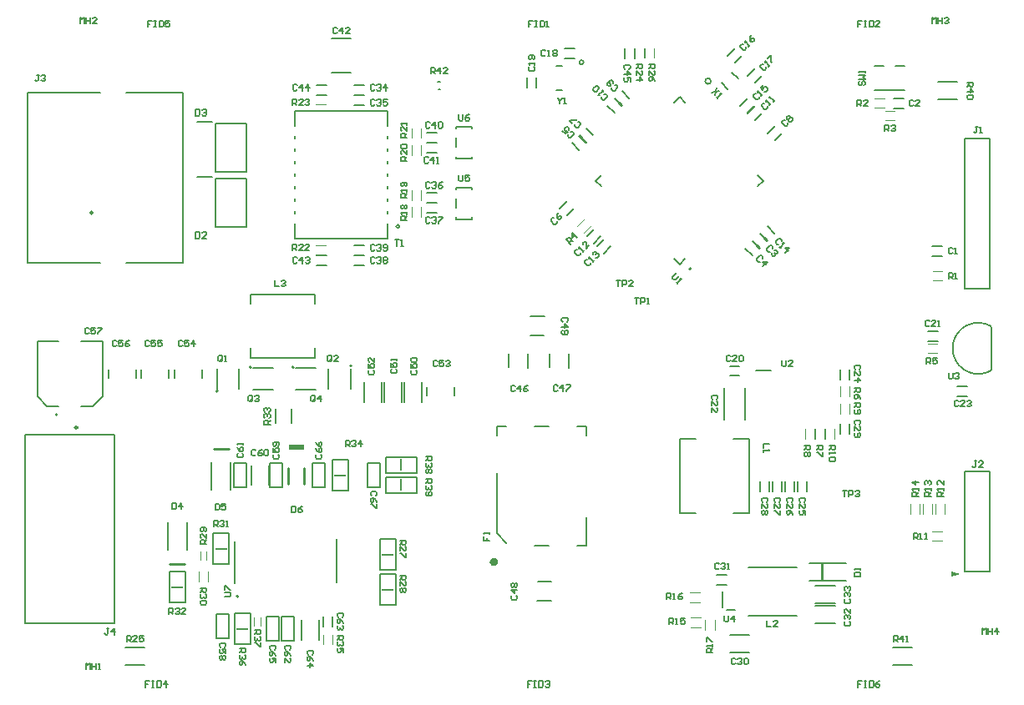
<source format=gto>
G04*
G04 #@! TF.GenerationSoftware,Altium Limited,Altium Designer,24.1.2 (44)*
G04*
G04 Layer_Color=65535*
%FSLAX44Y44*%
%MOMM*%
G71*
G04*
G04 #@! TF.SameCoordinates,BB806972-894B-4990-B732-A97902CF1386*
G04*
G04*
G04 #@! TF.FilePolarity,Positive*
G04*
G01*
G75*
%ADD10C,0.1524*%
%ADD11C,0.2000*%
%ADD12C,0.2500*%
%ADD13C,0.1270*%
%ADD14C,0.2540*%
%ADD15C,0.1200*%
%ADD16C,0.1300*%
%ADD17C,0.1016*%
%ADD18C,0.2032*%
%ADD19R,1.5240X0.5080*%
%ADD20R,1.2700X0.2540*%
%ADD21R,0.2540X1.2700*%
G36*
X479742Y142992D02*
X478182Y142682D01*
X476858Y141798D01*
X475974Y140475D01*
X475664Y138914D01*
X475974Y137353D01*
X476858Y136030D01*
X478182Y135146D01*
X479742Y134836D01*
X481303Y135146D01*
X482626Y136030D01*
X483510Y137353D01*
X483821Y138914D01*
X483510Y140475D01*
X482626Y141798D01*
X481303Y142682D01*
X479742Y142992D01*
D02*
G37*
G36*
X811680Y136968D02*
X813916D01*
Y120959D01*
X811680D01*
Y136968D01*
D02*
G37*
G36*
X952803Y126389D02*
X943913Y123849D01*
Y128929D01*
X952803Y126389D01*
D02*
G37*
D10*
X384066Y479430D02*
G03*
X384066Y479430I-1796J0D01*
G01*
X983820Y378217D02*
G03*
X970820Y381700I-13000J-22517D01*
G01*
D02*
G03*
X983820Y333183I0J-26000D01*
G01*
X679803Y436154D02*
G03*
X679803Y436154I-1000J0D01*
G01*
X570676Y645974D02*
G03*
X570676Y645974I-2095J0D01*
G01*
X699884Y626848D02*
G03*
X699884Y626848I-2948J0D01*
G01*
X73461Y493340D02*
G03*
X73461Y493340I-1581J0D01*
G01*
X441452Y580268D02*
X457660D01*
X441452Y548010D02*
X457660D01*
Y550248D01*
X441452Y578744D02*
Y580268D01*
X457660Y578792D02*
Y580268D01*
X441452Y548010D02*
Y550248D01*
X441706Y559948D02*
Y569092D01*
X252730Y214732D02*
X265430D01*
Y239116D01*
X252730Y214732D02*
Y239116D01*
X265430D01*
X574053Y469364D02*
X581265Y476577D01*
X581124Y462293D02*
X588337Y469506D01*
X546578Y497769D02*
X553791Y504982D01*
X553649Y490698D02*
X560862Y497911D01*
X105980Y52080D02*
X125980D01*
X105980Y34280D02*
X125980D01*
X884080Y52080D02*
X904080D01*
X884080Y34280D02*
X904080D01*
X957300Y129200D02*
Y230800D01*
X982700D01*
Y129200D02*
Y230800D01*
X957300Y129200D02*
X982700D01*
X278384Y466730D02*
Y481945D01*
Y492155D02*
Y494645D01*
Y504855D02*
Y507345D01*
Y517555D02*
Y520045D01*
Y466730D02*
X371856D01*
X278384Y530255D02*
Y532745D01*
Y555655D02*
Y558145D01*
Y542955D02*
Y545445D01*
Y568355D02*
Y570845D01*
Y581055D02*
Y596270D01*
X371856D01*
Y466730D02*
Y481945D01*
Y492155D02*
Y494645D01*
Y504855D02*
Y507345D01*
Y517555D02*
Y520045D01*
Y530255D02*
Y532745D01*
Y555655D02*
Y558145D01*
Y542955D02*
Y545445D01*
Y568355D02*
Y570845D01*
Y581055D02*
Y596270D01*
X929800Y626120D02*
X949800D01*
X929800Y608320D02*
X949800D01*
X178610Y529610D02*
X193860D01*
X197360Y479050D02*
X229360D01*
X197360D02*
Y528070D01*
X229360Y479050D02*
Y528070D01*
X197360D02*
X229360D01*
X441706Y498348D02*
Y507492D01*
X441452Y486410D02*
Y488648D01*
X457660Y517192D02*
Y518668D01*
X441452Y517144D02*
Y518668D01*
X457660Y486410D02*
Y488648D01*
X441452Y486410D02*
X457660D01*
X441452Y518668D02*
X457660D01*
X411460Y503480D02*
X421660D01*
X411460Y493480D02*
X421660D01*
X411460Y503640D02*
X421660D01*
X411460Y513640D02*
X421660D01*
X337800Y602700D02*
X348000D01*
X337800Y612700D02*
X348000D01*
X337800Y622860D02*
X348000D01*
X337800Y612860D02*
X348000D01*
X178610Y585490D02*
X193860D01*
X197360Y534930D02*
X229360D01*
X197360D02*
Y583950D01*
X229360Y534930D02*
Y583950D01*
X197360D02*
X229360D01*
X411460Y564440D02*
X421660D01*
X411460Y554440D02*
X421660D01*
X411460Y564600D02*
X421660D01*
X411460Y574600D02*
X421660D01*
X337800Y450300D02*
X348000D01*
X337800Y460300D02*
X348000D01*
X337800Y450140D02*
X348000D01*
X337800Y440140D02*
X348000D01*
X299700Y622860D02*
X309900D01*
X299700Y612860D02*
X309900D01*
X299700Y450140D02*
X309900D01*
X299700Y440140D02*
X309900D01*
X984020Y333700D02*
Y377700D01*
X745280Y333140D02*
X760280D01*
X668274Y264033D02*
X684759D01*
X722401D02*
X738886D01*
Y188595D02*
Y264033D01*
X668274Y188595D02*
X684759D01*
X668274D02*
Y264033D01*
X722401Y188595D02*
X738886D01*
X718900Y337540D02*
X728900D01*
X718900Y327940D02*
X728900D01*
X919460Y363300D02*
X929660D01*
X919460Y373300D02*
X929660D01*
X949110Y317420D02*
X959310D01*
X949110Y307420D02*
X959310D01*
X713000Y283720D02*
Y315720D01*
X734800Y283720D02*
Y315720D01*
X749380Y210800D02*
Y221000D01*
X759380Y210800D02*
Y221000D01*
X762080Y210800D02*
Y221000D01*
X772080Y210800D02*
Y221000D01*
X774780Y210800D02*
Y221000D01*
X784780Y210800D02*
Y221000D01*
X787480Y210800D02*
Y221000D01*
X797480Y210800D02*
Y221000D01*
X830660Y324270D02*
Y334470D01*
X840660Y324270D02*
Y334470D01*
X830860Y269320D02*
Y279320D01*
X840460Y269320D02*
Y279320D01*
X711430Y92520D02*
X711930D01*
X711430D02*
Y108520D01*
X711930D01*
Y92520D02*
Y108520D01*
X715430Y90520D02*
X723930D01*
X705750Y125840D02*
X715950D01*
X705750Y115840D02*
X715950D01*
X718980Y46730D02*
X738980D01*
X718980Y65030D02*
X738980D01*
X737500Y133720D02*
X786500D01*
X737500Y84720D02*
X786500D01*
X805440Y96830D02*
X825440D01*
X805440Y115130D02*
X825440D01*
X805440Y76510D02*
X825440D01*
X805440Y94810D02*
X825440D01*
X799480Y137840D02*
X836480D01*
X799480Y119840D02*
X836480D01*
X747216Y520123D02*
X752873Y525780D01*
X747216Y531437D02*
X752873Y525780D01*
X668020Y440927D02*
X673677Y446584D01*
X662363D02*
X668020Y440927D01*
Y610633D02*
X673677Y604976D01*
X662363D02*
X668020Y610633D01*
X583167Y525780D02*
X588824Y520123D01*
X583167Y525780D02*
X588824Y531437D01*
X982700Y416100D02*
Y568500D01*
X957300D02*
X982700D01*
X957300Y416100D02*
X982700D01*
X957300D02*
Y568500D01*
X887103Y642420D02*
X895740D01*
X865740D02*
X874927D01*
X865740Y617420D02*
X895740D01*
X923710Y449660D02*
X933910D01*
X923710Y459660D02*
X933910D01*
X884970Y609520D02*
X895170D01*
X884970Y599520D02*
X895170D01*
X757398Y573969D02*
X764611Y581182D01*
X764469Y566898D02*
X771682Y574111D01*
X566433Y572036D02*
X573646Y564823D01*
X573504Y579107D02*
X580717Y571894D01*
X558813Y564416D02*
X566026Y557203D01*
X565884Y571487D02*
X573097Y564274D01*
X734538Y457271D02*
X741751Y450058D01*
X741609Y464342D02*
X748822Y457129D01*
X749229Y471962D02*
X756442Y464749D01*
X742158Y464891D02*
X749371Y457678D01*
X729458Y601909D02*
X736671Y609122D01*
X736529Y594838D02*
X743742Y602051D01*
X756849Y479582D02*
X764062Y472369D01*
X749778Y472511D02*
X756991Y465298D01*
X591284Y452133D02*
X598497Y459346D01*
X584213Y459204D02*
X591426Y466417D01*
X737078Y594289D02*
X744291Y601502D01*
X744149Y587218D02*
X751362Y594431D01*
X594838Y602051D02*
X602051Y594838D01*
X601909Y609122D02*
X609122Y601909D01*
X602458Y609671D02*
X609671Y602458D01*
X609529Y616742D02*
X616742Y609529D01*
X543400Y642420D02*
X548800D01*
X543400Y617420D02*
X548800D01*
X710405Y625188D02*
X716628Y618965D01*
X721012Y635795D02*
X727235Y629572D01*
X737078Y632389D02*
X744291Y639602D01*
X744149Y625318D02*
X751362Y632531D01*
X716758Y652709D02*
X723971Y659922D01*
X723829Y645638D02*
X731042Y652851D01*
X513160Y620570D02*
Y630770D01*
X523160Y620570D02*
Y630770D01*
X551160Y650320D02*
X561360D01*
X551160Y660320D02*
X561360D01*
X347910Y301200D02*
Y321200D01*
X366210Y301200D02*
Y321200D01*
X368230Y301200D02*
Y321200D01*
X386530Y301200D02*
Y321200D01*
X388550Y301200D02*
Y321200D01*
X406850Y301200D02*
Y321200D01*
X198310Y61368D02*
X211010D01*
Y85752D01*
X198310Y61368D02*
Y85752D01*
X211010D01*
X251910Y216924D02*
Y236924D01*
X233610Y216924D02*
Y236924D01*
X216090Y214732D02*
X228790D01*
Y239116D01*
X216090Y214732D02*
Y239116D01*
X228790D01*
X284410Y59890D02*
Y79890D01*
X302710Y59890D02*
Y79890D01*
X306540Y73640D02*
Y83640D01*
X316140Y73640D02*
Y83640D01*
X264350Y58828D02*
X277050D01*
Y83212D01*
X264350Y58828D02*
Y83212D01*
X277050D01*
X295910Y214732D02*
X308610D01*
Y239116D01*
X295910Y214732D02*
Y239116D01*
X308610D01*
X249110Y58828D02*
X261810D01*
Y83212D01*
X249110Y58828D02*
Y83212D01*
X261810D01*
X351690Y214948D02*
X364390D01*
Y239332D01*
X351690Y214948D02*
Y239332D01*
X364390D01*
X612500Y650200D02*
Y660400D01*
X622500Y650200D02*
Y660400D01*
D11*
X200020Y312320D02*
G03*
X200020Y312320I-1000J0D01*
G01*
X335760Y337720D02*
G03*
X335760Y337720I-1000J0D01*
G01*
X234010Y336450D02*
G03*
X234010Y336450I-1000J0D01*
G01*
X277190D02*
G03*
X277190Y336450I-1000J0D01*
G01*
X37500Y288500D02*
G03*
X37500Y288500I-1000J0D01*
G01*
X220900Y104040D02*
G03*
X220900Y104040I-1000J0D01*
G01*
X4900Y268400D02*
X95100D01*
X4900Y76600D02*
Y268400D01*
Y76600D02*
X95100D01*
Y268400D01*
D12*
X57750Y275500D02*
G03*
X57750Y275500I-1250J0D01*
G01*
D13*
X217500Y117500D02*
Y160000D01*
X423325Y618490D02*
X425450D01*
X423236Y626152D02*
X425361D01*
X117060Y325990D02*
Y334210D01*
X89060Y325990D02*
Y334210D01*
X150080Y325990D02*
Y334210D01*
X122080Y325990D02*
Y334210D01*
X184000Y325890D02*
Y334110D01*
X156000Y325890D02*
Y334110D01*
X221650Y315020D02*
Y335020D01*
X199250Y315020D02*
Y335020D01*
X334530Y315020D02*
Y335020D01*
X312130Y315020D02*
Y335020D01*
X235710Y313820D02*
X255710D01*
X235710Y336220D02*
X255710D01*
X278890D02*
X298890D01*
X278890Y313820D02*
X298890D01*
X315520Y635280D02*
X334720D01*
X315520Y670280D02*
X334720D01*
X164528Y442480D02*
Y615200D01*
X7048Y442480D02*
Y615200D01*
X106870D02*
X164528D01*
X7048D02*
X80962D01*
X7048Y442480D02*
X80708D01*
X106870D02*
X164528D01*
X364426Y162206D02*
X380174D01*
X364426Y130710D02*
Y162206D01*
Y130710D02*
X380174D01*
Y162206D01*
X439640Y308210D02*
Y316430D01*
X411640Y308210D02*
Y316430D01*
X364426Y126646D02*
X380174D01*
X364426Y95150D02*
Y126646D01*
Y95150D02*
X380174D01*
Y126646D01*
X297970Y346010D02*
Y355860D01*
X233270Y346010D02*
X297970D01*
X233270D02*
Y355860D01*
Y410710D02*
X297970D01*
Y400860D02*
Y410710D01*
X233270Y400860D02*
Y410710D01*
X149190Y151200D02*
Y178800D01*
X168690Y151200D02*
Y178800D01*
X61200Y363000D02*
X83000D01*
X17000D02*
X38800D01*
X61200Y297000D02*
X73000D01*
X27000D02*
X38800D01*
X17000Y307000D02*
X27000Y297000D01*
X17000Y307000D02*
Y363000D01*
X83000Y307000D02*
Y363000D01*
X73000Y297000D02*
X83000Y307000D01*
X151066Y129186D02*
X166814D01*
X151066Y97690D02*
Y129186D01*
Y97690D02*
X166814D01*
Y129186D01*
X195326Y168148D02*
X211074D01*
X195326Y136652D02*
Y168148D01*
Y136652D02*
X211074D01*
Y168148D01*
X320000Y118500D02*
Y162500D01*
X212950Y212260D02*
Y239860D01*
X193450Y212260D02*
Y239860D01*
X316166Y242672D02*
X331914D01*
X316166Y211176D02*
Y242672D01*
Y211176D02*
X331914D01*
Y242672D01*
X217106Y86768D02*
X232854D01*
X217106Y55272D02*
Y86768D01*
Y55272D02*
X232854D01*
Y86768D01*
X370232Y209106D02*
Y224854D01*
Y209106D02*
X401728D01*
Y224854D01*
X370232D02*
X401728D01*
X370232Y229426D02*
Y245174D01*
Y229426D02*
X401728D01*
Y245174D01*
X370232D02*
X401728D01*
D14*
X271150Y218060D02*
Y234060D01*
X287650Y218060D02*
Y234060D01*
X151320Y137060D02*
X166560D01*
X195580Y254000D02*
X210820D01*
D15*
X564570Y479919D02*
X571641Y486990D01*
X571359Y473130D02*
X578430Y480201D01*
X406120Y488980D02*
Y498980D01*
X396520Y488980D02*
Y498980D01*
X406120Y506180D02*
Y516180D01*
X396520Y506180D02*
Y516180D01*
X406120Y551900D02*
Y561900D01*
X396520Y551900D02*
Y561900D01*
X406120Y569100D02*
Y579100D01*
X396520Y569100D02*
Y579100D01*
X299600Y603262D02*
X309600D01*
X299600Y612862D02*
X309600D01*
X299600Y450862D02*
X309600D01*
X299600Y460462D02*
X309600D01*
X919560Y360400D02*
X929560D01*
X919560Y350800D02*
X929560D01*
X830860Y307420D02*
Y317420D01*
X840460Y307420D02*
Y317420D01*
X804900Y263660D02*
Y273660D01*
X795300Y263660D02*
Y273660D01*
X805460Y263660D02*
Y273660D01*
X815060Y263660D02*
Y273660D01*
X830860Y289060D02*
Y299060D01*
X840460Y289060D02*
Y299060D01*
X815620Y263660D02*
Y273660D01*
X825220Y263660D02*
Y273660D01*
X924220Y169900D02*
X934220D01*
X924220Y160300D02*
X934220D01*
X937140Y187460D02*
Y197460D01*
X927540Y187460D02*
Y197460D01*
X924440Y188040D02*
Y198040D01*
X914840Y188040D02*
Y198040D01*
X902140Y188040D02*
Y198040D01*
X911740Y188040D02*
Y198040D01*
X679320Y82460D02*
X689320D01*
X679320Y72860D02*
X689320D01*
X678740Y98260D02*
X688740D01*
X678740Y107860D02*
X688740D01*
X703780Y70120D02*
Y80120D01*
X694180Y70120D02*
Y80120D01*
X924640Y434060D02*
X934640D01*
X924640Y424460D02*
X934640D01*
X865580Y599720D02*
X875580D01*
X865580Y609320D02*
X875580D01*
X876380Y587020D02*
X886380D01*
X876380Y596620D02*
X886380D01*
X190220Y119460D02*
Y129460D01*
X180620Y119460D02*
Y129460D01*
X316140Y55280D02*
Y65280D01*
X306540Y55280D02*
Y65280D01*
X632300Y650500D02*
Y660500D01*
X622700Y650500D02*
Y660500D01*
X632700Y650500D02*
Y660500D01*
X642300Y650500D02*
Y660500D01*
D16*
X513880Y336040D02*
X513880Y350140D01*
X494880Y336290D02*
Y350390D01*
X482820Y167900D02*
Y229400D01*
Y167900D02*
X492320Y158400D01*
X482820Y267400D02*
Y276400D01*
X492320D01*
X521320D02*
X535320D01*
X521320Y155400D02*
X535320D01*
X564320D02*
X573820D01*
Y184400D01*
Y267400D02*
Y276400D01*
X564320D02*
X573820D01*
X536600Y336440D02*
X536600Y350540D01*
X555600Y336190D02*
Y350290D01*
X524010Y118720D02*
X538110Y118720D01*
X523760Y99720D02*
X537860D01*
X516880Y387960D02*
X530980Y387960D01*
X516630Y368960D02*
X530730D01*
X258700Y279970D02*
Y294070D01*
X274700Y279970D02*
Y294070D01*
D17*
X182118Y140732D02*
Y149368D01*
X188722Y140732D02*
Y149368D01*
X236918Y74322D02*
Y82958D01*
X243522Y74322D02*
Y82958D01*
D18*
X415716Y634366D02*
Y640714D01*
X418890D01*
X419948Y639656D01*
Y637540D01*
X418890Y636482D01*
X415716D01*
X417832D02*
X419948Y634366D01*
X425238D02*
Y640714D01*
X422064Y637540D01*
X426296D01*
X432644Y634366D02*
X428412D01*
X432644Y638598D01*
Y639656D01*
X431586Y640714D01*
X429470D01*
X428412Y639656D01*
X884994Y57786D02*
Y64134D01*
X888168D01*
X889226Y63076D01*
Y60960D01*
X888168Y59902D01*
X884994D01*
X887110D02*
X889226Y57786D01*
X894516D02*
Y64134D01*
X891342Y60960D01*
X895574D01*
X897690Y57786D02*
X899806D01*
X898748D01*
Y64134D01*
X897690Y63076D01*
X974556Y65366D02*
Y71714D01*
X976672Y69598D01*
X978788Y71714D01*
Y65366D01*
X980904Y71714D02*
Y65366D01*
Y68540D01*
X985136D01*
Y71714D01*
Y65366D01*
X990426D02*
Y71714D01*
X987252Y68540D01*
X991484D01*
X959486Y625684D02*
X965834D01*
Y622510D01*
X964776Y621452D01*
X962660D01*
X961602Y622510D01*
Y625684D01*
Y623568D02*
X959486Y621452D01*
Y616162D02*
X965834D01*
X962660Y619336D01*
Y615104D01*
X964776Y612988D02*
X965834Y611930D01*
Y609814D01*
X964776Y608756D01*
X960544D01*
X959486Y609814D01*
Y611930D01*
X960544Y612988D01*
X964776D01*
X544408Y610234D02*
Y609176D01*
X546524Y607060D01*
X548640Y609176D01*
Y610234D01*
X546524Y607060D02*
Y603886D01*
X550756D02*
X552872D01*
X551814D01*
Y610234D01*
X550756Y609176D01*
X705372Y619917D02*
X703876Y612436D01*
X708364Y616924D02*
X700883Y615428D01*
X705372Y610939D02*
X706868Y609443D01*
X706120Y610191D01*
X710609Y614680D01*
X709112D01*
X206566Y103830D02*
X211856D01*
X212914Y104888D01*
Y107004D01*
X211856Y108062D01*
X206566D01*
Y110178D02*
Y114410D01*
X207624D01*
X211856Y110178D01*
X212914D01*
X444290Y593094D02*
Y587804D01*
X445348Y586746D01*
X447464D01*
X448522Y587804D01*
Y593094D01*
X454870D02*
X452754Y592036D01*
X450638Y589920D01*
Y587804D01*
X451696Y586746D01*
X453812D01*
X454870Y587804D01*
Y588862D01*
X453812Y589920D01*
X450638D01*
X444290Y531494D02*
Y526204D01*
X445348Y525146D01*
X447464D01*
X448522Y526204D01*
Y531494D01*
X454870D02*
X450638D01*
Y528320D01*
X452754Y529378D01*
X453812D01*
X454870Y528320D01*
Y526204D01*
X453812Y525146D01*
X451696D01*
X450638Y526204D01*
X713530Y84454D02*
Y79164D01*
X714588Y78106D01*
X716704D01*
X717762Y79164D01*
Y84454D01*
X723052Y78106D02*
Y84454D01*
X719878Y81280D01*
X724110D01*
X940670Y330934D02*
Y325644D01*
X941728Y324586D01*
X943844D01*
X944902Y325644D01*
Y330934D01*
X947018Y329876D02*
X948076Y330934D01*
X950192D01*
X951250Y329876D01*
Y328818D01*
X950192Y327760D01*
X949134D01*
X950192D01*
X951250Y326702D01*
Y325644D01*
X950192Y324586D01*
X948076D01*
X947018Y325644D01*
X771950Y343534D02*
Y338244D01*
X773008Y337186D01*
X775124D01*
X776182Y338244D01*
Y343534D01*
X782530Y337186D02*
X778298D01*
X782530Y341418D01*
Y342476D01*
X781472Y343534D01*
X779356D01*
X778298Y342476D01*
X664732Y431957D02*
X660991Y428216D01*
Y426720D01*
X662488Y425224D01*
X663984D01*
X667724Y428964D01*
X664732Y422979D02*
X666228Y421483D01*
X665480Y422231D01*
X669969Y426720D01*
X668473D01*
X833356Y211554D02*
X837588D01*
X835472D01*
Y205206D01*
X839704D02*
Y211554D01*
X842878D01*
X843936Y210496D01*
Y208380D01*
X842878Y207322D01*
X839704D01*
X846052Y210496D02*
X847110Y211554D01*
X849226D01*
X850284Y210496D01*
Y209438D01*
X849226Y208380D01*
X848168D01*
X849226D01*
X850284Y207322D01*
Y206264D01*
X849226Y205206D01*
X847110D01*
X846052Y206264D01*
X603676Y424814D02*
X607908D01*
X605792D01*
Y418466D01*
X610024D02*
Y424814D01*
X613198D01*
X614256Y423756D01*
Y421640D01*
X613198Y420582D01*
X610024D01*
X620604Y418466D02*
X616372D01*
X620604Y422698D01*
Y423756D01*
X619546Y424814D01*
X617430D01*
X616372Y423756D01*
X622514Y407034D02*
X626746D01*
X624630D01*
Y400686D01*
X628862D02*
Y407034D01*
X632036D01*
X633094Y405976D01*
Y403860D01*
X632036Y402802D01*
X628862D01*
X635210Y400686D02*
X637326D01*
X636268D01*
Y407034D01*
X635210Y405976D01*
X379308Y466094D02*
X383540D01*
X381424D01*
Y459746D01*
X385656D02*
X387772D01*
X386714D01*
Y466094D01*
X385656Y465036D01*
X850684Y626746D02*
X849626Y625688D01*
Y623572D01*
X850684Y622514D01*
X851742D01*
X852800Y623572D01*
Y625688D01*
X853858Y626746D01*
X854916D01*
X855974Y625688D01*
Y623572D01*
X854916Y622514D01*
X849626Y628862D02*
X855974D01*
X853858Y630978D01*
X855974Y633094D01*
X849626D01*
X855974Y635210D02*
Y637326D01*
Y636268D01*
X849626D01*
X850684Y635210D01*
X410746Y222904D02*
X417094D01*
Y219730D01*
X416036Y218672D01*
X413920D01*
X412862Y219730D01*
Y222904D01*
Y220788D02*
X410746Y218672D01*
X416036Y216556D02*
X417094Y215498D01*
Y213382D01*
X416036Y212324D01*
X414978D01*
X413920Y213382D01*
Y214440D01*
Y213382D01*
X412862Y212324D01*
X411804D01*
X410746Y213382D01*
Y215498D01*
X411804Y216556D01*
Y210208D02*
X410746Y209150D01*
Y207034D01*
X411804Y205976D01*
X416036D01*
X417094Y207034D01*
Y209150D01*
X416036Y210208D01*
X414978D01*
X413920Y209150D01*
Y205976D01*
X410746Y245764D02*
X417094D01*
Y242590D01*
X416036Y241532D01*
X413920D01*
X412862Y242590D01*
Y245764D01*
Y243648D02*
X410746Y241532D01*
X416036Y239416D02*
X417094Y238358D01*
Y236242D01*
X416036Y235184D01*
X414978D01*
X413920Y236242D01*
Y237300D01*
Y236242D01*
X412862Y235184D01*
X411804D01*
X410746Y236242D01*
Y238358D01*
X411804Y239416D01*
X416036Y233068D02*
X417094Y232010D01*
Y229894D01*
X416036Y228836D01*
X414978D01*
X413920Y229894D01*
X412862Y228836D01*
X411804D01*
X410746Y229894D01*
Y232010D01*
X411804Y233068D01*
X412862D01*
X413920Y232010D01*
X414978Y233068D01*
X416036D01*
X413920Y232010D02*
Y229894D01*
X237046Y69594D02*
X243394D01*
Y66420D01*
X242336Y65362D01*
X240220D01*
X239162Y66420D01*
Y69594D01*
Y67478D02*
X237046Y65362D01*
X242336Y63246D02*
X243394Y62188D01*
Y60072D01*
X242336Y59014D01*
X241278D01*
X240220Y60072D01*
Y61130D01*
Y60072D01*
X239162Y59014D01*
X238104D01*
X237046Y60072D01*
Y62188D01*
X238104Y63246D01*
X243394Y56898D02*
Y52666D01*
X242336D01*
X238104Y56898D01*
X237046D01*
X221826Y50964D02*
X228174D01*
Y47790D01*
X227116Y46732D01*
X225000D01*
X223942Y47790D01*
Y50964D01*
Y48848D02*
X221826Y46732D01*
X227116Y44616D02*
X228174Y43558D01*
Y41442D01*
X227116Y40384D01*
X226058D01*
X225000Y41442D01*
Y42500D01*
Y41442D01*
X223942Y40384D01*
X222884D01*
X221826Y41442D01*
Y43558D01*
X222884Y44616D01*
X228174Y34036D02*
X227116Y36152D01*
X225000Y38268D01*
X222884D01*
X221826Y37210D01*
Y35094D01*
X222884Y34036D01*
X223942D01*
X225000Y35094D01*
Y38268D01*
X320866Y64244D02*
X327214D01*
Y61070D01*
X326156Y60012D01*
X324040D01*
X322982Y61070D01*
Y64244D01*
Y62128D02*
X320866Y60012D01*
X326156Y57896D02*
X327214Y56838D01*
Y54722D01*
X326156Y53664D01*
X325098D01*
X324040Y54722D01*
Y55780D01*
Y54722D01*
X322982Y53664D01*
X321924D01*
X320866Y54722D01*
Y56838D01*
X321924Y57896D01*
X327214Y47316D02*
Y51548D01*
X324040D01*
X325098Y49432D01*
Y48374D01*
X324040Y47316D01*
X321924D01*
X320866Y48374D01*
Y50490D01*
X321924Y51548D01*
X329412Y255878D02*
Y262226D01*
X332587D01*
X333644Y261168D01*
Y259052D01*
X332587Y257994D01*
X329412D01*
X331529D02*
X333644Y255878D01*
X335760Y261168D02*
X336818Y262226D01*
X338934D01*
X339992Y261168D01*
Y260110D01*
X338934Y259052D01*
X337876D01*
X338934D01*
X339992Y257994D01*
Y256936D01*
X338934Y255878D01*
X336818D01*
X335760Y256936D01*
X345282Y255878D02*
Y262226D01*
X342108Y259052D01*
X346340D01*
X253174Y278656D02*
X246826D01*
Y281830D01*
X247884Y282888D01*
X250000D01*
X251058Y281830D01*
Y278656D01*
Y280772D02*
X253174Y282888D01*
X247884Y285004D02*
X246826Y286062D01*
Y288178D01*
X247884Y289236D01*
X248942D01*
X250000Y288178D01*
Y287120D01*
Y288178D01*
X251058Y289236D01*
X252116D01*
X253174Y288178D01*
Y286062D01*
X252116Y285004D01*
X247884Y291352D02*
X246826Y292410D01*
Y294526D01*
X247884Y295584D01*
X248942D01*
X250000Y294526D01*
Y293468D01*
Y294526D01*
X251058Y295584D01*
X252116D01*
X253174Y294526D01*
Y292410D01*
X252116Y291352D01*
X150476Y85626D02*
Y91974D01*
X153650D01*
X154708Y90916D01*
Y88800D01*
X153650Y87742D01*
X150476D01*
X152592D02*
X154708Y85626D01*
X156824Y90916D02*
X157882Y91974D01*
X159998D01*
X161056Y90916D01*
Y89858D01*
X159998Y88800D01*
X158940D01*
X159998D01*
X161056Y87742D01*
Y86684D01*
X159998Y85626D01*
X157882D01*
X156824Y86684D01*
X167404Y85626D02*
X163172D01*
X167404Y89858D01*
Y90916D01*
X166346Y91974D01*
X164230D01*
X163172Y90916D01*
X195794Y174626D02*
Y180974D01*
X198968D01*
X200026Y179916D01*
Y177800D01*
X198968Y176742D01*
X195794D01*
X197910D02*
X200026Y174626D01*
X202142Y179916D02*
X203200Y180974D01*
X205316D01*
X206374Y179916D01*
Y178858D01*
X205316Y177800D01*
X204258D01*
X205316D01*
X206374Y176742D01*
Y175684D01*
X205316Y174626D01*
X203200D01*
X202142Y175684D01*
X208490Y174626D02*
X210606D01*
X209548D01*
Y180974D01*
X208490Y179916D01*
X182246Y112604D02*
X188594D01*
Y109430D01*
X187536Y108372D01*
X185420D01*
X184362Y109430D01*
Y112604D01*
Y110488D02*
X182246Y108372D01*
X187536Y106256D02*
X188594Y105198D01*
Y103082D01*
X187536Y102024D01*
X186478D01*
X185420Y103082D01*
Y104140D01*
Y103082D01*
X184362Y102024D01*
X183304D01*
X182246Y103082D01*
Y105198D01*
X183304Y106256D01*
X187536Y99908D02*
X188594Y98850D01*
Y96734D01*
X187536Y95676D01*
X183304D01*
X182246Y96734D01*
Y98850D01*
X183304Y99908D01*
X187536D01*
X188594Y156906D02*
X182246D01*
Y160080D01*
X183304Y161138D01*
X185420D01*
X186478Y160080D01*
Y156906D01*
Y159022D02*
X188594Y161138D01*
Y167486D02*
Y163254D01*
X184362Y167486D01*
X183304D01*
X182246Y166428D01*
Y164312D01*
X183304Y163254D01*
X187536Y169602D02*
X188594Y170660D01*
Y172776D01*
X187536Y173834D01*
X183304D01*
X182246Y172776D01*
Y170660D01*
X183304Y169602D01*
X184362D01*
X185420Y170660D01*
Y173834D01*
X384366Y125204D02*
X390714D01*
Y122030D01*
X389656Y120972D01*
X387540D01*
X386482Y122030D01*
Y125204D01*
Y123088D02*
X384366Y120972D01*
Y114624D02*
Y118856D01*
X388598Y114624D01*
X389656D01*
X390714Y115682D01*
Y117798D01*
X389656Y118856D01*
Y112508D02*
X390714Y111450D01*
Y109334D01*
X389656Y108276D01*
X388598D01*
X387540Y109334D01*
X386482Y108276D01*
X385424D01*
X384366Y109334D01*
Y111450D01*
X385424Y112508D01*
X386482D01*
X387540Y111450D01*
X388598Y112508D01*
X389656D01*
X387540Y111450D02*
Y109334D01*
X384366Y160764D02*
X390714D01*
Y157590D01*
X389656Y156532D01*
X387540D01*
X386482Y157590D01*
Y160764D01*
Y158648D02*
X384366Y156532D01*
Y150184D02*
Y154416D01*
X388598Y150184D01*
X389656D01*
X390714Y151242D01*
Y153358D01*
X389656Y154416D01*
X390714Y148068D02*
Y143836D01*
X389656D01*
X385424Y148068D01*
X384366D01*
X636866Y643644D02*
X643214D01*
Y640470D01*
X642156Y639412D01*
X640040D01*
X638982Y640470D01*
Y643644D01*
Y641528D02*
X636866Y639412D01*
Y633064D02*
Y637296D01*
X641098Y633064D01*
X642156D01*
X643214Y634122D01*
Y636238D01*
X642156Y637296D01*
X643214Y626716D02*
X642156Y628832D01*
X640040Y630948D01*
X637924D01*
X636866Y629890D01*
Y627774D01*
X637924Y626716D01*
X638982D01*
X640040Y627774D01*
Y630948D01*
X107516Y57786D02*
Y64134D01*
X110690D01*
X111748Y63076D01*
Y60960D01*
X110690Y59902D01*
X107516D01*
X109632D02*
X111748Y57786D01*
X118096D02*
X113864D01*
X118096Y62018D01*
Y63076D01*
X117038Y64134D01*
X114922D01*
X113864Y63076D01*
X124444Y64134D02*
X120212D01*
Y60960D01*
X122328Y62018D01*
X123386D01*
X124444Y60960D01*
Y58844D01*
X123386Y57786D01*
X121270D01*
X120212Y58844D01*
X624326Y643644D02*
X630674D01*
Y640470D01*
X629616Y639412D01*
X627500D01*
X626442Y640470D01*
Y643644D01*
Y641528D02*
X624326Y639412D01*
Y633064D02*
Y637296D01*
X628558Y633064D01*
X629616D01*
X630674Y634122D01*
Y636238D01*
X629616Y637296D01*
X624326Y627774D02*
X630674D01*
X627500Y630948D01*
Y626716D01*
X275816Y602348D02*
Y608696D01*
X278990D01*
X280048Y607638D01*
Y605522D01*
X278990Y604464D01*
X275816D01*
X277932D02*
X280048Y602348D01*
X286396D02*
X282164D01*
X286396Y606580D01*
Y607638D01*
X285338Y608696D01*
X283222D01*
X282164Y607638D01*
X288512D02*
X289570Y608696D01*
X291686D01*
X292744Y607638D01*
Y606580D01*
X291686Y605522D01*
X290628D01*
X291686D01*
X292744Y604464D01*
Y603406D01*
X291686Y602348D01*
X289570D01*
X288512Y603406D01*
X275816Y455028D02*
Y461376D01*
X278990D01*
X280048Y460318D01*
Y458202D01*
X278990Y457144D01*
X275816D01*
X277932D02*
X280048Y455028D01*
X286396D02*
X282164D01*
X286396Y459260D01*
Y460318D01*
X285338Y461376D01*
X283222D01*
X282164Y460318D01*
X292744Y455028D02*
X288512D01*
X292744Y459260D01*
Y460318D01*
X291686Y461376D01*
X289570D01*
X288512Y460318D01*
X391794Y569814D02*
X385446D01*
Y572988D01*
X386504Y574046D01*
X388620D01*
X389678Y572988D01*
Y569814D01*
Y571930D02*
X391794Y574046D01*
Y580394D02*
Y576162D01*
X387562Y580394D01*
X386504D01*
X385446Y579336D01*
Y577220D01*
X386504Y576162D01*
X391794Y582510D02*
Y584626D01*
Y583568D01*
X385446D01*
X386504Y582510D01*
X391794Y545896D02*
X385446D01*
Y549070D01*
X386504Y550128D01*
X388620D01*
X389678Y549070D01*
Y545896D01*
Y548012D02*
X391794Y550128D01*
Y556476D02*
Y552244D01*
X387562Y556476D01*
X386504D01*
X385446Y555418D01*
Y553302D01*
X386504Y552244D01*
Y558592D02*
X385446Y559650D01*
Y561766D01*
X386504Y562824D01*
X390736D01*
X391794Y561766D01*
Y559650D01*
X390736Y558592D01*
X386504D01*
X391794Y508325D02*
X385446D01*
Y511499D01*
X386504Y512557D01*
X388620D01*
X389678Y511499D01*
Y508325D01*
Y510441D02*
X391794Y512557D01*
Y514673D02*
Y516789D01*
Y515731D01*
X385446D01*
X386504Y514673D01*
X390736Y519963D02*
X391794Y521021D01*
Y523137D01*
X390736Y524195D01*
X386504D01*
X385446Y523137D01*
Y521021D01*
X386504Y519963D01*
X387562D01*
X388620Y521021D01*
Y524195D01*
X391794Y485465D02*
X385446D01*
Y488639D01*
X386504Y489697D01*
X388620D01*
X389678Y488639D01*
Y485465D01*
Y487581D02*
X391794Y489697D01*
Y491813D02*
Y493929D01*
Y492871D01*
X385446D01*
X386504Y491813D01*
Y497103D02*
X385446Y498161D01*
Y500277D01*
X386504Y501335D01*
X387562D01*
X388620Y500277D01*
X389678Y501335D01*
X390736D01*
X391794Y500277D01*
Y498161D01*
X390736Y497103D01*
X389678D01*
X388620Y498161D01*
X387562Y497103D01*
X386504D01*
X388620Y498161D02*
Y500277D01*
X701774Y46865D02*
X695426D01*
Y50039D01*
X696484Y51097D01*
X698600D01*
X699658Y50039D01*
Y46865D01*
Y48981D02*
X701774Y51097D01*
Y53213D02*
Y55329D01*
Y54271D01*
X695426D01*
X696484Y53213D01*
X695426Y58503D02*
Y62735D01*
X696484D01*
X700716Y58503D01*
X701774D01*
X655005Y100966D02*
Y107314D01*
X658179D01*
X659237Y106256D01*
Y104140D01*
X658179Y103082D01*
X655005D01*
X657121D02*
X659237Y100966D01*
X661353D02*
X663469D01*
X662411D01*
Y107314D01*
X661353Y106256D01*
X670875Y107314D02*
X668759Y106256D01*
X666643Y104140D01*
Y102024D01*
X667701Y100966D01*
X669817D01*
X670875Y102024D01*
Y103082D01*
X669817Y104140D01*
X666643D01*
X657545Y75566D02*
Y81914D01*
X660719D01*
X661777Y80856D01*
Y78740D01*
X660719Y77682D01*
X657545D01*
X659661D02*
X661777Y75566D01*
X663893D02*
X666009D01*
X664951D01*
Y81914D01*
X663893Y80856D01*
X673415Y81914D02*
X669183D01*
Y78740D01*
X671299Y79798D01*
X672357D01*
X673415Y78740D01*
Y76624D01*
X672357Y75566D01*
X670241D01*
X669183Y76624D01*
X910114Y205425D02*
X903766D01*
Y208599D01*
X904824Y209657D01*
X906940D01*
X907998Y208599D01*
Y205425D01*
Y207541D02*
X910114Y209657D01*
Y211773D02*
Y213889D01*
Y212831D01*
X903766D01*
X904824Y211773D01*
X910114Y220237D02*
X903766D01*
X906940Y217063D01*
Y221295D01*
X922814Y205425D02*
X916466D01*
Y208599D01*
X917524Y209657D01*
X919640D01*
X920698Y208599D01*
Y205425D01*
Y207541D02*
X922814Y209657D01*
Y211773D02*
Y213889D01*
Y212831D01*
X916466D01*
X917524Y211773D01*
Y217063D02*
X916466Y218121D01*
Y220237D01*
X917524Y221295D01*
X918582D01*
X919640Y220237D01*
Y219179D01*
Y220237D01*
X920698Y221295D01*
X921756D01*
X922814Y220237D01*
Y218121D01*
X921756Y217063D01*
X935514Y205425D02*
X929166D01*
Y208599D01*
X930224Y209657D01*
X932340D01*
X933398Y208599D01*
Y205425D01*
Y207541D02*
X935514Y209657D01*
Y211773D02*
Y213889D01*
Y212831D01*
X929166D01*
X930224Y211773D01*
X935514Y221295D02*
Y217063D01*
X931282Y221295D01*
X930224D01*
X929166Y220237D01*
Y218121D01*
X930224Y217063D01*
X905143Y161926D02*
Y168274D01*
X908317D01*
X909375Y167216D01*
Y165100D01*
X908317Y164042D01*
X905143D01*
X907259D02*
X909375Y161926D01*
X911491D02*
X913607D01*
X912549D01*
Y168274D01*
X911491Y167216D01*
X916781Y161926D02*
X918897D01*
X917839D01*
Y168274D01*
X916781Y167216D01*
X819786Y256855D02*
X826134D01*
Y253681D01*
X825076Y252623D01*
X822960D01*
X821902Y253681D01*
Y256855D01*
Y254739D02*
X819786Y252623D01*
Y250507D02*
Y248391D01*
Y249449D01*
X826134D01*
X825076Y250507D01*
Y245217D02*
X826134Y244159D01*
Y242043D01*
X825076Y240985D01*
X820844D01*
X819786Y242043D01*
Y244159D01*
X820844Y245217D01*
X825076D01*
X845186Y299930D02*
X851534D01*
Y296756D01*
X850476Y295698D01*
X848360D01*
X847302Y296756D01*
Y299930D01*
Y297814D02*
X845186Y295698D01*
X846244Y293582D02*
X845186Y292524D01*
Y290408D01*
X846244Y289350D01*
X850476D01*
X851534Y290408D01*
Y292524D01*
X850476Y293582D01*
X849418D01*
X848360Y292524D01*
Y289350D01*
X794386Y256750D02*
X800734D01*
Y253576D01*
X799676Y252518D01*
X797560D01*
X796502Y253576D01*
Y256750D01*
Y254634D02*
X794386Y252518D01*
X799676Y250402D02*
X800734Y249344D01*
Y247228D01*
X799676Y246170D01*
X798618D01*
X797560Y247228D01*
X796502Y246170D01*
X795444D01*
X794386Y247228D01*
Y249344D01*
X795444Y250402D01*
X796502D01*
X797560Y249344D01*
X798618Y250402D01*
X799676D01*
X797560Y249344D02*
Y247228D01*
X807086Y256750D02*
X813434D01*
Y253576D01*
X812376Y252518D01*
X810260D01*
X809202Y253576D01*
Y256750D01*
Y254634D02*
X807086Y252518D01*
X813434Y250402D02*
Y246170D01*
X812376D01*
X808144Y250402D01*
X807086D01*
X845186Y315170D02*
X851534D01*
Y311996D01*
X850476Y310938D01*
X848360D01*
X847302Y311996D01*
Y315170D01*
Y313054D02*
X845186Y310938D01*
X851534Y304590D02*
X850476Y306706D01*
X848360Y308822D01*
X846244D01*
X845186Y307764D01*
Y305648D01*
X846244Y304590D01*
X847302D01*
X848360Y305648D01*
Y308822D01*
X918190Y339626D02*
Y345974D01*
X921364D01*
X922422Y344916D01*
Y342800D01*
X921364Y341742D01*
X918190D01*
X920306D02*
X922422Y339626D01*
X928770Y345974D02*
X924538D01*
Y342800D01*
X926654Y343858D01*
X927712D01*
X928770Y342800D01*
Y340684D01*
X927712Y339626D01*
X925596D01*
X924538Y340684D01*
X557304Y461375D02*
X552815Y465864D01*
X555059Y468108D01*
X556556D01*
X558052Y466612D01*
X558052Y465116D01*
X555807Y462871D01*
X557304Y464367D02*
X560296Y464368D01*
X564037Y468108D02*
X559548Y472597D01*
X559548Y468108D01*
X562541Y471101D01*
X876090Y575946D02*
Y582294D01*
X879264D01*
X880322Y581236D01*
Y579120D01*
X879264Y578062D01*
X876090D01*
X878206D02*
X880322Y575946D01*
X882438Y581236D02*
X883496Y582294D01*
X885612D01*
X886670Y581236D01*
Y580178D01*
X885612Y579120D01*
X884554D01*
X885612D01*
X886670Y578062D01*
Y577004D01*
X885612Y575946D01*
X883496D01*
X882438Y577004D01*
X848150Y601346D02*
Y607694D01*
X851324D01*
X852382Y606636D01*
Y604520D01*
X851324Y603462D01*
X848150D01*
X850266D02*
X852382Y601346D01*
X858730D02*
X854498D01*
X858730Y605578D01*
Y606636D01*
X857672Y607694D01*
X855556D01*
X854498Y606636D01*
X940648Y426086D02*
Y432434D01*
X943822D01*
X944880Y431376D01*
Y429260D01*
X943822Y428202D01*
X940648D01*
X942764D02*
X944880Y426086D01*
X946996D02*
X949112D01*
X948054D01*
Y432434D01*
X946996Y431376D01*
X298662Y302684D02*
Y306916D01*
X297604Y307974D01*
X295488D01*
X294430Y306916D01*
Y302684D01*
X295488Y301626D01*
X297604D01*
X296546Y303742D02*
X298662Y301626D01*
X297604D02*
X298662Y302684D01*
X303952Y301626D02*
Y307974D01*
X300778Y304800D01*
X305010D01*
X235162Y302684D02*
Y306916D01*
X234104Y307974D01*
X231988D01*
X230930Y306916D01*
Y302684D01*
X231988Y301626D01*
X234104D01*
X233046Y303742D02*
X235162Y301626D01*
X234104D02*
X235162Y302684D01*
X237278Y306916D02*
X238336Y307974D01*
X240452D01*
X241510Y306916D01*
Y305858D01*
X240452Y304800D01*
X239394D01*
X240452D01*
X241510Y303742D01*
Y302684D01*
X240452Y301626D01*
X238336D01*
X237278Y302684D01*
X315362Y343224D02*
Y347456D01*
X314304Y348514D01*
X312188D01*
X311130Y347456D01*
Y343224D01*
X312188Y342166D01*
X314304D01*
X313246Y344282D02*
X315362Y342166D01*
X314304D02*
X315362Y343224D01*
X321710Y342166D02*
X317478D01*
X321710Y346398D01*
Y347456D01*
X320652Y348514D01*
X318536D01*
X317478Y347456D01*
X204660Y343224D02*
Y347456D01*
X203602Y348514D01*
X201486D01*
X200428Y347456D01*
Y343224D01*
X201486Y342166D01*
X203602D01*
X202544Y344282D02*
X204660Y342166D01*
X203602D02*
X204660Y343224D01*
X206776Y342166D02*
X208892D01*
X207834D01*
Y348514D01*
X206776Y347456D01*
X923756Y685206D02*
Y691554D01*
X925872Y689438D01*
X927988Y691554D01*
Y685206D01*
X930104Y691554D02*
Y685206D01*
Y688380D01*
X934336D01*
Y691554D01*
Y685206D01*
X936452Y690496D02*
X937510Y691554D01*
X939626D01*
X940684Y690496D01*
Y689438D01*
X939626Y688380D01*
X938568D01*
X939626D01*
X940684Y687322D01*
Y686264D01*
X939626Y685206D01*
X937510D01*
X936452Y686264D01*
X60076Y685206D02*
Y691554D01*
X62192Y689438D01*
X64308Y691554D01*
Y685206D01*
X66424Y691554D02*
Y685206D01*
Y688380D01*
X70656D01*
Y691554D01*
Y685206D01*
X77004D02*
X72772D01*
X77004Y689438D01*
Y690496D01*
X75946Y691554D01*
X73830D01*
X72772Y690496D01*
X66214Y29806D02*
Y36154D01*
X68330Y34038D01*
X70446Y36154D01*
Y29806D01*
X72562Y36154D02*
Y29806D01*
Y32980D01*
X76794D01*
Y36154D01*
Y29806D01*
X78910D02*
X81026D01*
X79968D01*
Y36154D01*
X78910Y35096D01*
X257790Y424714D02*
Y418366D01*
X262022D01*
X264138Y423656D02*
X265196Y424714D01*
X267312D01*
X268370Y423656D01*
Y422598D01*
X267312Y421540D01*
X266254D01*
X267312D01*
X268370Y420482D01*
Y419424D01*
X267312Y418366D01*
X265196D01*
X264138Y419424D01*
X756710Y79374D02*
Y73026D01*
X760942D01*
X767290D02*
X763058D01*
X767290Y77258D01*
Y78316D01*
X766232Y79374D01*
X764116D01*
X763058Y78316D01*
X759202Y259124D02*
X752855D01*
Y254892D01*
Y252776D02*
Y250660D01*
Y251718D01*
X759202D01*
X758145Y252776D01*
X89582Y71534D02*
X87466D01*
X88524D01*
Y66244D01*
X87466Y65186D01*
X86408D01*
X85350Y66244D01*
X94872Y65186D02*
Y71534D01*
X91698Y68360D01*
X95930D01*
X18942Y633174D02*
X16826D01*
X17884D01*
Y627884D01*
X16826Y626826D01*
X15768D01*
X14710Y627884D01*
X21058Y632116D02*
X22116Y633174D01*
X24232D01*
X25290Y632116D01*
Y631058D01*
X24232Y630000D01*
X23174D01*
X24232D01*
X25290Y628942D01*
Y627884D01*
X24232Y626826D01*
X22116D01*
X21058Y627884D01*
X968942Y241594D02*
X966826D01*
X967884D01*
Y236304D01*
X966826Y235246D01*
X965768D01*
X964710Y236304D01*
X975290Y235246D02*
X971058D01*
X975290Y239478D01*
Y240536D01*
X974232Y241594D01*
X972116D01*
X971058Y240536D01*
X970280Y580634D02*
X968164D01*
X969222D01*
Y575344D01*
X968164Y574286D01*
X967106D01*
X966048Y575344D01*
X972396Y574286D02*
X974512D01*
X973454D01*
Y580634D01*
X972396Y579576D01*
X853123Y18174D02*
X848891D01*
Y15000D01*
X851007D01*
X848891D01*
Y11826D01*
X855239Y18174D02*
X857355D01*
X856297D01*
Y11826D01*
X855239D01*
X857355D01*
X860529Y18174D02*
Y11826D01*
X863703D01*
X864761Y12884D01*
Y17116D01*
X863703Y18174D01*
X860529D01*
X871109D02*
X868993Y17116D01*
X866877Y15000D01*
Y12884D01*
X867935Y11826D01*
X870051D01*
X871109Y12884D01*
Y13942D01*
X870051Y15000D01*
X866877D01*
X133123Y688174D02*
X128891D01*
Y685000D01*
X131007D01*
X128891D01*
Y681826D01*
X135239Y688174D02*
X137355D01*
X136297D01*
Y681826D01*
X135239D01*
X137355D01*
X140529Y688174D02*
Y681826D01*
X143703D01*
X144761Y682884D01*
Y687116D01*
X143703Y688174D01*
X140529D01*
X151109D02*
X146877D01*
Y685000D01*
X148993Y686058D01*
X150051D01*
X151109Y685000D01*
Y682884D01*
X150051Y681826D01*
X147935D01*
X146877Y682884D01*
X130983Y18174D02*
X126751D01*
Y15000D01*
X128867D01*
X126751D01*
Y11826D01*
X133099Y18174D02*
X135215D01*
X134157D01*
Y11826D01*
X133099D01*
X135215D01*
X138389Y18174D02*
Y11826D01*
X141563D01*
X142621Y12884D01*
Y17116D01*
X141563Y18174D01*
X138389D01*
X147911Y11826D02*
Y18174D01*
X144737Y15000D01*
X148969D01*
X518123Y18174D02*
X513891D01*
Y15000D01*
X516007D01*
X513891D01*
Y11826D01*
X520239Y18174D02*
X522355D01*
X521297D01*
Y11826D01*
X520239D01*
X522355D01*
X525529Y18174D02*
Y11826D01*
X528703D01*
X529761Y12884D01*
Y17116D01*
X528703Y18174D01*
X525529D01*
X531877Y17116D02*
X532935Y18174D01*
X535051D01*
X536109Y17116D01*
Y16058D01*
X535051Y15000D01*
X533993D01*
X535051D01*
X536109Y13942D01*
Y12884D01*
X535051Y11826D01*
X532935D01*
X531877Y12884D01*
X853123Y688174D02*
X848891D01*
Y685000D01*
X851007D01*
X848891D01*
Y681826D01*
X855239Y688174D02*
X857355D01*
X856297D01*
Y681826D01*
X855239D01*
X857355D01*
X860529Y688174D02*
Y681826D01*
X863703D01*
X864761Y682884D01*
Y687116D01*
X863703Y688174D01*
X860529D01*
X871109Y681826D02*
X866877D01*
X871109Y686058D01*
Y687116D01*
X870051Y688174D01*
X867935D01*
X866877Y687116D01*
X519181Y688174D02*
X514949D01*
Y685000D01*
X517065D01*
X514949D01*
Y681826D01*
X521297Y688174D02*
X523413D01*
X522355D01*
Y681826D01*
X521297D01*
X523413D01*
X526587Y688174D02*
Y681826D01*
X529761D01*
X530819Y682884D01*
Y687116D01*
X529761Y688174D01*
X526587D01*
X532935Y681826D02*
X535051D01*
X533993D01*
Y688174D01*
X532935Y687116D01*
X469266Y165100D02*
Y160868D01*
X472440D01*
Y162984D01*
Y160868D01*
X475614D01*
Y167216D02*
Y169332D01*
Y168274D01*
X469266D01*
X470324Y167216D01*
X274710Y195674D02*
Y189326D01*
X277884D01*
X278942Y190384D01*
Y194616D01*
X277884Y195674D01*
X274710D01*
X285290D02*
X283174Y194616D01*
X281058Y192500D01*
Y190384D01*
X282116Y189326D01*
X284232D01*
X285290Y190384D01*
Y191442D01*
X284232Y192500D01*
X281058D01*
X197210Y198174D02*
Y191826D01*
X200384D01*
X201442Y192884D01*
Y197116D01*
X200384Y198174D01*
X197210D01*
X207790D02*
X203558D01*
Y195000D01*
X205674Y196058D01*
X206732D01*
X207790Y195000D01*
Y192884D01*
X206732Y191826D01*
X204616D01*
X203558Y192884D01*
X153650Y198654D02*
Y192306D01*
X156824D01*
X157882Y193364D01*
Y197596D01*
X156824Y198654D01*
X153650D01*
X163172Y192306D02*
Y198654D01*
X159998Y195480D01*
X164230D01*
X177590Y598174D02*
Y591826D01*
X180764D01*
X181822Y592884D01*
Y597116D01*
X180764Y598174D01*
X177590D01*
X183938Y597116D02*
X184996Y598174D01*
X187112D01*
X188170Y597116D01*
Y596058D01*
X187112Y595000D01*
X186054D01*
X187112D01*
X188170Y593942D01*
Y592884D01*
X187112Y591826D01*
X184996D01*
X183938Y592884D01*
X177590Y473714D02*
Y467366D01*
X180764D01*
X181822Y468424D01*
Y472656D01*
X180764Y473714D01*
X177590D01*
X188170Y467366D02*
X183938D01*
X188170Y471598D01*
Y472656D01*
X187112Y473714D01*
X184996D01*
X183938Y472656D01*
X845286Y124228D02*
X851634D01*
Y127402D01*
X850576Y128460D01*
X846344D01*
X845286Y127402D01*
Y124228D01*
X851634Y130576D02*
Y132692D01*
Y131634D01*
X845286D01*
X846344Y130576D01*
X360156Y205972D02*
X361214Y207030D01*
Y209146D01*
X360156Y210204D01*
X355924D01*
X354866Y209146D01*
Y207030D01*
X355924Y205972D01*
X361214Y199624D02*
X360156Y201740D01*
X358040Y203856D01*
X355924D01*
X354866Y202798D01*
Y200682D01*
X355924Y199624D01*
X356982D01*
X358040Y200682D01*
Y203856D01*
X361214Y197508D02*
Y193276D01*
X360156D01*
X355924Y197508D01*
X354866D01*
X300144Y248092D02*
X299086Y247034D01*
Y244918D01*
X300144Y243860D01*
X304376D01*
X305434Y244918D01*
Y247034D01*
X304376Y248092D01*
X299086Y254440D02*
X300144Y252324D01*
X302260Y250208D01*
X304376D01*
X305434Y251266D01*
Y253382D01*
X304376Y254440D01*
X303318D01*
X302260Y253382D01*
Y250208D01*
X299086Y260788D02*
X300144Y258672D01*
X302260Y256556D01*
X304376D01*
X305434Y257614D01*
Y259730D01*
X304376Y260788D01*
X303318D01*
X302260Y259730D01*
Y256556D01*
X257576Y49852D02*
X258634Y50910D01*
Y53026D01*
X257576Y54084D01*
X253344D01*
X252286Y53026D01*
Y50910D01*
X253344Y49852D01*
X258634Y43504D02*
X257576Y45620D01*
X255460Y47736D01*
X253344D01*
X252286Y46678D01*
Y44562D01*
X253344Y43504D01*
X254402D01*
X255460Y44562D01*
Y47736D01*
X258634Y37156D02*
Y41388D01*
X255460D01*
X256518Y39272D01*
Y38214D01*
X255460Y37156D01*
X253344D01*
X252286Y38214D01*
Y40330D01*
X253344Y41388D01*
X295676Y44772D02*
X296734Y45830D01*
Y47946D01*
X295676Y49004D01*
X291444D01*
X290386Y47946D01*
Y45830D01*
X291444Y44772D01*
X296734Y38424D02*
X295676Y40540D01*
X293560Y42656D01*
X291444D01*
X290386Y41598D01*
Y39482D01*
X291444Y38424D01*
X292502D01*
X293560Y39482D01*
Y42656D01*
X290386Y33134D02*
X296734D01*
X293560Y36308D01*
Y32076D01*
X326156Y82872D02*
X327214Y83930D01*
Y86046D01*
X326156Y87104D01*
X321924D01*
X320866Y86046D01*
Y83930D01*
X321924Y82872D01*
X327214Y76524D02*
X326156Y78640D01*
X324040Y80756D01*
X321924D01*
X320866Y79698D01*
Y77582D01*
X321924Y76524D01*
X322982D01*
X324040Y77582D01*
Y80756D01*
X326156Y74408D02*
X327214Y73350D01*
Y71234D01*
X326156Y70176D01*
X325098D01*
X324040Y71234D01*
Y72292D01*
Y71234D01*
X322982Y70176D01*
X321924D01*
X320866Y71234D01*
Y73350D01*
X321924Y74408D01*
X272816Y49852D02*
X273874Y50910D01*
Y53026D01*
X272816Y54084D01*
X268584D01*
X267526Y53026D01*
Y50910D01*
X268584Y49852D01*
X273874Y43504D02*
X272816Y45620D01*
X270700Y47736D01*
X268584D01*
X267526Y46678D01*
Y44562D01*
X268584Y43504D01*
X269642D01*
X270700Y44562D01*
Y47736D01*
X267526Y37156D02*
Y41388D01*
X271758Y37156D01*
X272816D01*
X273874Y38214D01*
Y40330D01*
X272816Y41388D01*
X220324Y249150D02*
X219266Y248092D01*
Y245976D01*
X220324Y244918D01*
X224556D01*
X225614Y245976D01*
Y248092D01*
X224556Y249150D01*
X219266Y255498D02*
X220324Y253382D01*
X222440Y251266D01*
X224556D01*
X225614Y252324D01*
Y254440D01*
X224556Y255498D01*
X223498D01*
X222440Y254440D01*
Y251266D01*
X225614Y257614D02*
Y259730D01*
Y258672D01*
X219266D01*
X220324Y257614D01*
X238528Y251900D02*
X237470Y252958D01*
X235354D01*
X234296Y251900D01*
Y247668D01*
X235354Y246610D01*
X237470D01*
X238528Y247668D01*
X244876Y252958D02*
X242760Y251900D01*
X240644Y249784D01*
Y247668D01*
X241702Y246610D01*
X243818D01*
X244876Y247668D01*
Y248726D01*
X243818Y249784D01*
X240644D01*
X246992Y251900D02*
X248050Y252958D01*
X250166D01*
X251224Y251900D01*
Y247668D01*
X250166Y246610D01*
X248050D01*
X246992Y247668D01*
Y251900D01*
X256964Y248092D02*
X255906Y247034D01*
Y244918D01*
X256964Y243860D01*
X261196D01*
X262254Y244918D01*
Y247034D01*
X261196Y248092D01*
X255906Y254440D02*
Y250208D01*
X259080D01*
X258022Y252324D01*
Y253382D01*
X259080Y254440D01*
X261196D01*
X262254Y253382D01*
Y251266D01*
X261196Y250208D01*
Y256556D02*
X262254Y257614D01*
Y259730D01*
X261196Y260788D01*
X256964D01*
X255906Y259730D01*
Y257614D01*
X256964Y256556D01*
X258022D01*
X259080Y257614D01*
Y260788D01*
X206776Y52392D02*
X207834Y53450D01*
Y55566D01*
X206776Y56624D01*
X202544D01*
X201486Y55566D01*
Y53450D01*
X202544Y52392D01*
X207834Y46044D02*
Y50276D01*
X204660D01*
X205718Y48160D01*
Y47102D01*
X204660Y46044D01*
X202544D01*
X201486Y47102D01*
Y49218D01*
X202544Y50276D01*
X206776Y43928D02*
X207834Y42870D01*
Y40754D01*
X206776Y39696D01*
X205718D01*
X204660Y40754D01*
X203602Y39696D01*
X202544D01*
X201486Y40754D01*
Y42870D01*
X202544Y43928D01*
X203602D01*
X204660Y42870D01*
X205718Y43928D01*
X206776D01*
X204660Y42870D02*
Y40754D01*
X69428Y375496D02*
X68370Y376554D01*
X66254D01*
X65196Y375496D01*
Y371264D01*
X66254Y370206D01*
X68370D01*
X69428Y371264D01*
X75776Y376554D02*
X71544D01*
Y373380D01*
X73660Y374438D01*
X74718D01*
X75776Y373380D01*
Y371264D01*
X74718Y370206D01*
X72602D01*
X71544Y371264D01*
X77892Y376554D02*
X82124D01*
Y375496D01*
X77892Y371264D01*
Y370206D01*
X97368Y362796D02*
X96310Y363854D01*
X94194D01*
X93136Y362796D01*
Y358564D01*
X94194Y357506D01*
X96310D01*
X97368Y358564D01*
X103716Y363854D02*
X99484D01*
Y360680D01*
X101600Y361738D01*
X102658D01*
X103716Y360680D01*
Y358564D01*
X102658Y357506D01*
X100542D01*
X99484Y358564D01*
X110064Y363854D02*
X107948Y362796D01*
X105832Y360680D01*
Y358564D01*
X106890Y357506D01*
X109006D01*
X110064Y358564D01*
Y359622D01*
X109006Y360680D01*
X105832D01*
X130388Y362796D02*
X129330Y363854D01*
X127214D01*
X126156Y362796D01*
Y358564D01*
X127214Y357506D01*
X129330D01*
X130388Y358564D01*
X136736Y363854D02*
X132504D01*
Y360680D01*
X134620Y361738D01*
X135678D01*
X136736Y360680D01*
Y358564D01*
X135678Y357506D01*
X133562D01*
X132504Y358564D01*
X143084Y363854D02*
X138852D01*
Y360680D01*
X140968Y361738D01*
X142026D01*
X143084Y360680D01*
Y358564D01*
X142026Y357506D01*
X139910D01*
X138852Y358564D01*
X164308Y362696D02*
X163250Y363754D01*
X161134D01*
X160076Y362696D01*
Y358464D01*
X161134Y357406D01*
X163250D01*
X164308Y358464D01*
X170656Y363754D02*
X166424D01*
Y360580D01*
X168540Y361638D01*
X169598D01*
X170656Y360580D01*
Y358464D01*
X169598Y357406D01*
X167482D01*
X166424Y358464D01*
X175946Y357406D02*
Y363754D01*
X172772Y360580D01*
X177004D01*
X422488Y342476D02*
X421430Y343534D01*
X419314D01*
X418256Y342476D01*
Y338244D01*
X419314Y337186D01*
X421430D01*
X422488Y338244D01*
X428836Y343534D02*
X424604D01*
Y340360D01*
X426720Y341418D01*
X427778D01*
X428836Y340360D01*
Y338244D01*
X427778Y337186D01*
X425662D01*
X424604Y338244D01*
X430952Y342476D02*
X432010Y343534D01*
X434126D01*
X435184Y342476D01*
Y341418D01*
X434126Y340360D01*
X433068D01*
X434126D01*
X435184Y339302D01*
Y338244D01*
X434126Y337186D01*
X432010D01*
X430952Y338244D01*
X353484Y333588D02*
X352426Y332530D01*
Y330414D01*
X353484Y329356D01*
X357716D01*
X358774Y330414D01*
Y332530D01*
X357716Y333588D01*
X352426Y339936D02*
Y335704D01*
X355600D01*
X354542Y337820D01*
Y338878D01*
X355600Y339936D01*
X357716D01*
X358774Y338878D01*
Y336762D01*
X357716Y335704D01*
X358774Y346284D02*
Y342052D01*
X354542Y346284D01*
X353484D01*
X352426Y345226D01*
Y343110D01*
X353484Y342052D01*
X376344Y334646D02*
X375286Y333588D01*
Y331472D01*
X376344Y330414D01*
X380576D01*
X381634Y331472D01*
Y333588D01*
X380576Y334646D01*
X375286Y340994D02*
Y336762D01*
X378460D01*
X377402Y338878D01*
Y339936D01*
X378460Y340994D01*
X380576D01*
X381634Y339936D01*
Y337820D01*
X380576Y336762D01*
X381634Y343110D02*
Y345226D01*
Y344168D01*
X375286D01*
X376344Y343110D01*
X396664Y333588D02*
X395606Y332530D01*
Y330414D01*
X396664Y329356D01*
X400896D01*
X401954Y330414D01*
Y332530D01*
X400896Y333588D01*
X395606Y339936D02*
Y335704D01*
X398780D01*
X397722Y337820D01*
Y338878D01*
X398780Y339936D01*
X400896D01*
X401954Y338878D01*
Y336762D01*
X400896Y335704D01*
X396664Y342052D02*
X395606Y343110D01*
Y345226D01*
X396664Y346284D01*
X400896D01*
X401954Y345226D01*
Y343110D01*
X400896Y342052D01*
X396664D01*
X553786Y382692D02*
X554844Y383750D01*
Y385866D01*
X553786Y386924D01*
X549554D01*
X548496Y385866D01*
Y383750D01*
X549554Y382692D01*
X548496Y377402D02*
X554844D01*
X551670Y380576D01*
Y376344D01*
X549554Y374228D02*
X548496Y373170D01*
Y371054D01*
X549554Y369996D01*
X553786D01*
X554844Y371054D01*
Y373170D01*
X553786Y374228D01*
X552728D01*
X551670Y373170D01*
Y369996D01*
X498264Y104988D02*
X497206Y103930D01*
Y101814D01*
X498264Y100756D01*
X502496D01*
X503554Y101814D01*
Y103930D01*
X502496Y104988D01*
X503554Y110278D02*
X497206D01*
X500380Y107104D01*
Y111336D01*
X498264Y113452D02*
X497206Y114510D01*
Y116626D01*
X498264Y117684D01*
X499322D01*
X500380Y116626D01*
X501438Y117684D01*
X502496D01*
X503554Y116626D01*
Y114510D01*
X502496Y113452D01*
X501438D01*
X500380Y114510D01*
X499322Y113452D01*
X498264D01*
X500380Y114510D02*
Y116626D01*
X544408Y317466D02*
X543350Y318524D01*
X541234D01*
X540176Y317466D01*
Y313234D01*
X541234Y312176D01*
X543350D01*
X544408Y313234D01*
X549698Y312176D02*
Y318524D01*
X546524Y315350D01*
X550756D01*
X552872Y318524D02*
X557104D01*
Y317466D01*
X552872Y313234D01*
Y312176D01*
X501228Y317076D02*
X500170Y318134D01*
X498054D01*
X496996Y317076D01*
Y312844D01*
X498054Y311786D01*
X500170D01*
X501228Y312844D01*
X506518Y311786D02*
Y318134D01*
X503344Y314960D01*
X507576D01*
X513924Y318134D02*
X511808Y317076D01*
X509692Y314960D01*
Y312844D01*
X510750Y311786D01*
X512866D01*
X513924Y312844D01*
Y313902D01*
X512866Y314960D01*
X509692D01*
X617076Y639212D02*
X618134Y640270D01*
Y642386D01*
X617076Y643444D01*
X612844D01*
X611786Y642386D01*
Y640270D01*
X612844Y639212D01*
X611786Y633922D02*
X618134D01*
X614960Y637096D01*
Y632864D01*
X618134Y626516D02*
Y630748D01*
X614960D01*
X616018Y628632D01*
Y627574D01*
X614960Y626516D01*
X612844D01*
X611786Y627574D01*
Y629690D01*
X612844Y630748D01*
X280248Y622516D02*
X279190Y623574D01*
X277074D01*
X276016Y622516D01*
Y618284D01*
X277074Y617226D01*
X279190D01*
X280248Y618284D01*
X285538Y617226D02*
Y623574D01*
X282364Y620400D01*
X286596D01*
X291886Y617226D02*
Y623574D01*
X288712Y620400D01*
X292944D01*
X280248Y447256D02*
X279190Y448314D01*
X277074D01*
X276016Y447256D01*
Y443024D01*
X277074Y441966D01*
X279190D01*
X280248Y443024D01*
X285538Y441966D02*
Y448314D01*
X282364Y445140D01*
X286596D01*
X288712Y447256D02*
X289770Y448314D01*
X291886D01*
X292944Y447256D01*
Y446198D01*
X291886Y445140D01*
X290828D01*
X291886D01*
X292944Y444082D01*
Y443024D01*
X291886Y441966D01*
X289770D01*
X288712Y443024D01*
X320888Y680296D02*
X319830Y681354D01*
X317714D01*
X316656Y680296D01*
Y676064D01*
X317714Y675006D01*
X319830D01*
X320888Y676064D01*
X326178Y675006D02*
Y681354D01*
X323004Y678180D01*
X327236D01*
X333584Y675006D02*
X329352D01*
X333584Y679238D01*
Y680296D01*
X332526Y681354D01*
X330410D01*
X329352Y680296D01*
X413386Y548856D02*
X412328Y549914D01*
X410212D01*
X409154Y548856D01*
Y544624D01*
X410212Y543566D01*
X412328D01*
X413386Y544624D01*
X418676Y543566D02*
Y549914D01*
X415502Y546740D01*
X419734D01*
X421850Y543566D02*
X423966D01*
X422908D01*
Y549914D01*
X421850Y548856D01*
X414868Y584416D02*
X413810Y585474D01*
X411694D01*
X410636Y584416D01*
Y580184D01*
X411694Y579126D01*
X413810D01*
X414868Y580184D01*
X420158Y579126D02*
Y585474D01*
X416984Y582300D01*
X421216D01*
X423332Y584416D02*
X424390Y585474D01*
X426506D01*
X427564Y584416D01*
Y580184D01*
X426506Y579126D01*
X424390D01*
X423332Y580184D01*
Y584416D01*
X358988Y459956D02*
X357930Y461014D01*
X355814D01*
X354756Y459956D01*
Y455724D01*
X355814Y454666D01*
X357930D01*
X358988Y455724D01*
X361104Y459956D02*
X362162Y461014D01*
X364278D01*
X365336Y459956D01*
Y458898D01*
X364278Y457840D01*
X363220D01*
X364278D01*
X365336Y456782D01*
Y455724D01*
X364278Y454666D01*
X362162D01*
X361104Y455724D01*
X367452D02*
X368510Y454666D01*
X370626D01*
X371684Y455724D01*
Y459956D01*
X370626Y461014D01*
X368510D01*
X367452Y459956D01*
Y458898D01*
X368510Y457840D01*
X371684D01*
X358988Y447256D02*
X357930Y448314D01*
X355814D01*
X354756Y447256D01*
Y443024D01*
X355814Y441966D01*
X357930D01*
X358988Y443024D01*
X361104Y447256D02*
X362162Y448314D01*
X364278D01*
X365336Y447256D01*
Y446198D01*
X364278Y445140D01*
X363220D01*
X364278D01*
X365336Y444082D01*
Y443024D01*
X364278Y441966D01*
X362162D01*
X361104Y443024D01*
X367452Y447256D02*
X368510Y448314D01*
X370626D01*
X371684Y447256D01*
Y446198D01*
X370626Y445140D01*
X371684Y444082D01*
Y443024D01*
X370626Y441966D01*
X368510D01*
X367452Y443024D01*
Y444082D01*
X368510Y445140D01*
X367452Y446198D01*
Y447256D01*
X368510Y445140D02*
X370626D01*
X414868Y487896D02*
X413810Y488954D01*
X411694D01*
X410636Y487896D01*
Y483664D01*
X411694Y482606D01*
X413810D01*
X414868Y483664D01*
X416984Y487896D02*
X418042Y488954D01*
X420158D01*
X421216Y487896D01*
Y486838D01*
X420158Y485780D01*
X419100D01*
X420158D01*
X421216Y484722D01*
Y483664D01*
X420158Y482606D01*
X418042D01*
X416984Y483664D01*
X423332Y488954D02*
X427564D01*
Y487896D01*
X423332Y483664D01*
Y482606D01*
X414868Y523456D02*
X413810Y524514D01*
X411694D01*
X410636Y523456D01*
Y519224D01*
X411694Y518166D01*
X413810D01*
X414868Y519224D01*
X416984Y523456D02*
X418042Y524514D01*
X420158D01*
X421216Y523456D01*
Y522398D01*
X420158Y521340D01*
X419100D01*
X420158D01*
X421216Y520282D01*
Y519224D01*
X420158Y518166D01*
X418042D01*
X416984Y519224D01*
X427564Y524514D02*
X425448Y523456D01*
X423332Y521340D01*
Y519224D01*
X424390Y518166D01*
X426506D01*
X427564Y519224D01*
Y520282D01*
X426506Y521340D01*
X423332D01*
X358988Y607276D02*
X357930Y608334D01*
X355814D01*
X354756Y607276D01*
Y603044D01*
X355814Y601986D01*
X357930D01*
X358988Y603044D01*
X361104Y607276D02*
X362162Y608334D01*
X364278D01*
X365336Y607276D01*
Y606218D01*
X364278Y605160D01*
X363220D01*
X364278D01*
X365336Y604102D01*
Y603044D01*
X364278Y601986D01*
X362162D01*
X361104Y603044D01*
X371684Y608334D02*
X367452D01*
Y605160D01*
X369568Y606218D01*
X370626D01*
X371684Y605160D01*
Y603044D01*
X370626Y601986D01*
X368510D01*
X367452Y603044D01*
X358988Y622516D02*
X357930Y623574D01*
X355814D01*
X354756Y622516D01*
Y618284D01*
X355814Y617226D01*
X357930D01*
X358988Y618284D01*
X361104Y622516D02*
X362162Y623574D01*
X364278D01*
X365336Y622516D01*
Y621458D01*
X364278Y620400D01*
X363220D01*
X364278D01*
X365336Y619342D01*
Y618284D01*
X364278Y617226D01*
X362162D01*
X361104Y618284D01*
X370626Y617226D02*
Y623574D01*
X367452Y620400D01*
X371684D01*
X836184Y101368D02*
X835126Y100310D01*
Y98194D01*
X836184Y97136D01*
X840416D01*
X841474Y98194D01*
Y100310D01*
X840416Y101368D01*
X836184Y103484D02*
X835126Y104542D01*
Y106658D01*
X836184Y107716D01*
X837242D01*
X838300Y106658D01*
Y105600D01*
Y106658D01*
X839358Y107716D01*
X840416D01*
X841474Y106658D01*
Y104542D01*
X840416Y103484D01*
X836184Y109832D02*
X835126Y110890D01*
Y113006D01*
X836184Y114064D01*
X837242D01*
X838300Y113006D01*
Y111948D01*
Y113006D01*
X839358Y114064D01*
X840416D01*
X841474Y113006D01*
Y110890D01*
X840416Y109832D01*
X836184Y78508D02*
X835126Y77450D01*
Y75334D01*
X836184Y74276D01*
X840416D01*
X841474Y75334D01*
Y77450D01*
X840416Y78508D01*
X836184Y80624D02*
X835126Y81682D01*
Y83798D01*
X836184Y84856D01*
X837242D01*
X838300Y83798D01*
Y82740D01*
Y83798D01*
X839358Y84856D01*
X840416D01*
X841474Y83798D01*
Y81682D01*
X840416Y80624D01*
X841474Y91204D02*
Y86972D01*
X837242Y91204D01*
X836184D01*
X835126Y90146D01*
Y88030D01*
X836184Y86972D01*
X708026Y136736D02*
X706968Y137794D01*
X704852D01*
X703794Y136736D01*
Y132504D01*
X704852Y131446D01*
X706968D01*
X708026Y132504D01*
X710142Y136736D02*
X711200Y137794D01*
X713316D01*
X714374Y136736D01*
Y135678D01*
X713316Y134620D01*
X712258D01*
X713316D01*
X714374Y133562D01*
Y132504D01*
X713316Y131446D01*
X711200D01*
X710142Y132504D01*
X716490Y131446D02*
X718606D01*
X717548D01*
Y137794D01*
X716490Y136736D01*
X724748Y40216D02*
X723690Y41274D01*
X721574D01*
X720516Y40216D01*
Y35984D01*
X721574Y34926D01*
X723690D01*
X724748Y35984D01*
X726864Y40216D02*
X727922Y41274D01*
X730038D01*
X731096Y40216D01*
Y39158D01*
X730038Y38100D01*
X728980D01*
X730038D01*
X731096Y37042D01*
Y35984D01*
X730038Y34926D01*
X727922D01*
X726864Y35984D01*
X733212Y40216D02*
X734270Y41274D01*
X736386D01*
X737444Y40216D01*
Y35984D01*
X736386Y34926D01*
X734270D01*
X733212Y35984D01*
Y40216D01*
X850476Y278552D02*
X851534Y279610D01*
Y281726D01*
X850476Y282784D01*
X846244D01*
X845186Y281726D01*
Y279610D01*
X846244Y278552D01*
X845186Y272204D02*
Y276436D01*
X849418Y272204D01*
X850476D01*
X851534Y273262D01*
Y275378D01*
X850476Y276436D01*
X846244Y270088D02*
X845186Y269030D01*
Y266914D01*
X846244Y265856D01*
X850476D01*
X851534Y266914D01*
Y269030D01*
X850476Y270088D01*
X849418D01*
X848360Y269030D01*
Y265856D01*
X756496Y199812D02*
X757554Y200870D01*
Y202986D01*
X756496Y204044D01*
X752264D01*
X751206Y202986D01*
Y200870D01*
X752264Y199812D01*
X751206Y193464D02*
Y197696D01*
X755438Y193464D01*
X756496D01*
X757554Y194522D01*
Y196638D01*
X756496Y197696D01*
Y191348D02*
X757554Y190290D01*
Y188174D01*
X756496Y187116D01*
X755438D01*
X754380Y188174D01*
X753322Y187116D01*
X752264D01*
X751206Y188174D01*
Y190290D01*
X752264Y191348D01*
X753322D01*
X754380Y190290D01*
X755438Y191348D01*
X756496D01*
X754380Y190290D02*
Y188174D01*
X769196Y199812D02*
X770254Y200870D01*
Y202986D01*
X769196Y204044D01*
X764964D01*
X763906Y202986D01*
Y200870D01*
X764964Y199812D01*
X763906Y193464D02*
Y197696D01*
X768138Y193464D01*
X769196D01*
X770254Y194522D01*
Y196638D01*
X769196Y197696D01*
X770254Y191348D02*
Y187116D01*
X769196D01*
X764964Y191348D01*
X763906D01*
X781896Y199812D02*
X782954Y200870D01*
Y202986D01*
X781896Y204044D01*
X777664D01*
X776606Y202986D01*
Y200870D01*
X777664Y199812D01*
X776606Y193464D02*
Y197696D01*
X780838Y193464D01*
X781896D01*
X782954Y194522D01*
Y196638D01*
X781896Y197696D01*
X782954Y187116D02*
X781896Y189232D01*
X779780Y191348D01*
X777664D01*
X776606Y190290D01*
Y188174D01*
X777664Y187116D01*
X778722D01*
X779780Y188174D01*
Y191348D01*
X794596Y199812D02*
X795654Y200870D01*
Y202986D01*
X794596Y204044D01*
X790364D01*
X789306Y202986D01*
Y200870D01*
X790364Y199812D01*
X789306Y193464D02*
Y197696D01*
X793538Y193464D01*
X794596D01*
X795654Y194522D01*
Y196638D01*
X794596Y197696D01*
X795654Y187116D02*
Y191348D01*
X792480D01*
X793538Y189232D01*
Y188174D01*
X792480Y187116D01*
X790364D01*
X789306Y188174D01*
Y190290D01*
X790364Y191348D01*
X850476Y334432D02*
X851534Y335490D01*
Y337606D01*
X850476Y338664D01*
X846244D01*
X845186Y337606D01*
Y335490D01*
X846244Y334432D01*
X845186Y328084D02*
Y332316D01*
X849418Y328084D01*
X850476D01*
X851534Y329142D01*
Y331258D01*
X850476Y332316D01*
X845186Y322794D02*
X851534D01*
X848360Y325968D01*
Y321736D01*
X950808Y301836D02*
X949750Y302894D01*
X947634D01*
X946576Y301836D01*
Y297604D01*
X947634Y296546D01*
X949750D01*
X950808Y297604D01*
X957156Y296546D02*
X952924D01*
X957156Y300778D01*
Y301836D01*
X956098Y302894D01*
X953982D01*
X952924Y301836D01*
X959272D02*
X960330Y302894D01*
X962446D01*
X963504Y301836D01*
Y300778D01*
X962446Y299720D01*
X961388D01*
X962446D01*
X963504Y298662D01*
Y297604D01*
X962446Y296546D01*
X960330D01*
X959272Y297604D01*
X705696Y303952D02*
X706754Y305010D01*
Y307126D01*
X705696Y308184D01*
X701464D01*
X700406Y307126D01*
Y305010D01*
X701464Y303952D01*
X700406Y297604D02*
Y301836D01*
X704638Y297604D01*
X705696D01*
X706754Y298662D01*
Y300778D01*
X705696Y301836D01*
X700406Y291256D02*
Y295488D01*
X704638Y291256D01*
X705696D01*
X706754Y292314D01*
Y294430D01*
X705696Y295488D01*
X921386Y383116D02*
X920328Y384174D01*
X918212D01*
X917154Y383116D01*
Y378884D01*
X918212Y377826D01*
X920328D01*
X921386Y378884D01*
X927734Y377826D02*
X923502D01*
X927734Y382058D01*
Y383116D01*
X926676Y384174D01*
X924560D01*
X923502Y383116D01*
X929850Y377826D02*
X931966D01*
X930908D01*
Y384174D01*
X929850Y383116D01*
X719668Y347556D02*
X718610Y348614D01*
X716494D01*
X715436Y347556D01*
Y343324D01*
X716494Y342266D01*
X718610D01*
X719668Y343324D01*
X726016Y342266D02*
X721784D01*
X726016Y346498D01*
Y347556D01*
X724958Y348614D01*
X722842D01*
X721784Y347556D01*
X728132D02*
X729190Y348614D01*
X731306D01*
X732364Y347556D01*
Y343324D01*
X731306Y342266D01*
X729190D01*
X728132Y343324D01*
Y347556D01*
X516044Y641457D02*
X514986Y640399D01*
Y638283D01*
X516044Y637225D01*
X520276D01*
X521334Y638283D01*
Y640399D01*
X520276Y641457D01*
X521334Y643573D02*
Y645689D01*
Y644631D01*
X514986D01*
X516044Y643573D01*
X520276Y648863D02*
X521334Y649921D01*
Y652037D01*
X520276Y653095D01*
X516044D01*
X514986Y652037D01*
Y649921D01*
X516044Y648863D01*
X517102D01*
X518160Y649921D01*
Y653095D01*
X532237Y657436D02*
X531179Y658494D01*
X529063D01*
X528005Y657436D01*
Y653204D01*
X529063Y652146D01*
X531179D01*
X532237Y653204D01*
X534353Y652146D02*
X536469D01*
X535411D01*
Y658494D01*
X534353Y657436D01*
X539643D02*
X540701Y658494D01*
X542817D01*
X543875Y657436D01*
Y656378D01*
X542817Y655320D01*
X543875Y654262D01*
Y653204D01*
X542817Y652146D01*
X540701D01*
X539643Y653204D01*
Y654262D01*
X540701Y655320D01*
X539643Y656378D01*
Y657436D01*
X540701Y655320D02*
X542817D01*
X752805Y644038D02*
X751309D01*
X749813Y642542D01*
Y641045D01*
X752805Y638053D01*
X754302D01*
X755798Y639549D01*
Y641045D01*
X758042Y641794D02*
X759538Y643290D01*
X758790Y642542D01*
X754302Y647030D01*
Y645534D01*
X757294Y650023D02*
X760286Y653015D01*
X761035Y652267D01*
Y646282D01*
X761783Y645534D01*
X732485Y664358D02*
X730989D01*
X729493Y662862D01*
Y661365D01*
X732485Y658373D01*
X733982D01*
X735478Y659869D01*
Y661365D01*
X737722Y662113D02*
X739218Y663610D01*
X738470Y662862D01*
X733982Y667350D01*
Y665854D01*
X739967Y673335D02*
X739218Y671091D01*
Y668098D01*
X740715Y666602D01*
X742211D01*
X743707Y668098D01*
Y669595D01*
X742959Y670343D01*
X741463Y670343D01*
X739218Y668098D01*
X745645Y614017D02*
X744148D01*
X742652Y612521D01*
Y611025D01*
X745645Y608032D01*
X747141D01*
X748637Y609528D01*
Y611025D01*
X750881Y611773D02*
X752378Y613269D01*
X751629Y612521D01*
X747141Y617010D01*
Y615513D01*
X753126Y622994D02*
X750133Y620002D01*
X752378Y617758D01*
X753126Y620002D01*
X753874Y620750D01*
X755370D01*
X756866Y619254D01*
Y617758D01*
X755370Y616261D01*
X753874D01*
X771378Y464115D02*
Y465611D01*
X769882Y467107D01*
X768385D01*
X765393Y464115D01*
Y462618D01*
X766889Y461122D01*
X768385D01*
X769134Y458878D02*
X770630Y457382D01*
X769882Y458130D01*
X774370Y462618D01*
X772874D01*
X775118Y452893D02*
X779607Y457382D01*
X775118D01*
X778111Y454389D01*
X574668Y445580D02*
X573172D01*
X571675Y444084D01*
Y442588D01*
X574668Y439595D01*
X576164D01*
X577660Y441092D01*
Y442588D01*
X579905Y443336D02*
X581401Y444832D01*
X580653Y444084D01*
X576164Y448573D01*
Y447076D01*
X579905Y450817D02*
Y452313D01*
X581401Y453810D01*
X582897D01*
X583645Y453061D01*
Y451565D01*
X582897Y450817D01*
X583645Y451565D01*
X585141Y451565D01*
X585890Y450817D01*
Y449321D01*
X584393Y447825D01*
X582897D01*
X564508Y455740D02*
X563012D01*
X561515Y454244D01*
Y452748D01*
X564508Y449755D01*
X566004D01*
X567500Y451252D01*
Y452748D01*
X569745Y453496D02*
X571241Y454992D01*
X570493Y454244D01*
X566004Y458733D01*
Y457237D01*
X576478Y460229D02*
X573485Y457237D01*
Y463221D01*
X572737Y463969D01*
X571241D01*
X569745Y462473D01*
Y460977D01*
X754134Y604626D02*
X752637D01*
X751141Y603130D01*
Y601633D01*
X754134Y598641D01*
X755630D01*
X757126Y600137D01*
Y601633D01*
X759370Y602382D02*
X760866Y603878D01*
X760118Y603130D01*
X755630Y607618D01*
Y606122D01*
X763111D02*
X764607Y607618D01*
X763859Y606870D01*
X759370Y611359D01*
Y609863D01*
X588622Y610885D02*
Y609389D01*
X590118Y607893D01*
X591615D01*
X594607Y610885D01*
Y612382D01*
X593111Y613878D01*
X591615D01*
X590867Y616122D02*
X589370Y617618D01*
X590118Y616870D01*
X585630Y612382D01*
X587126D01*
X583385Y616122D02*
X581889D01*
X580393Y617618D01*
Y619115D01*
X583385Y622107D01*
X584882D01*
X586378Y620611D01*
Y619115D01*
X583385Y616122D01*
X599252Y620256D02*
Y618759D01*
X600748Y617263D01*
X602244D01*
X605237Y620256D01*
Y621752D01*
X603741Y623248D01*
X602244D01*
X600748Y624744D02*
Y626241D01*
X599252Y627737D01*
X597756D01*
X594763Y624744D01*
Y623248D01*
X596259Y621752D01*
X597756D01*
X598504Y622500D01*
Y623996D01*
X596259Y626241D01*
X774868Y587360D02*
X773372D01*
X771876Y585864D01*
Y584368D01*
X774868Y581376D01*
X776364D01*
X777860Y582872D01*
Y584368D01*
X776364Y588857D02*
Y590353D01*
X777860Y591849D01*
X779357D01*
X780105Y591101D01*
Y589605D01*
X781601Y589605D01*
X782349Y588857D01*
Y587360D01*
X780853Y585864D01*
X779357D01*
X778609Y586612D01*
X778609Y588109D01*
X777112D01*
X776364Y588857D01*
X778609Y588109D02*
X780105Y589605D01*
X561752Y582756D02*
Y581259D01*
X563248Y579763D01*
X564744D01*
X567737Y582756D01*
Y584252D01*
X566241Y585748D01*
X564744D01*
X559507Y583504D02*
X556515Y586496D01*
X557263Y587244D01*
X563248D01*
X563996Y587992D01*
X540699Y487812D02*
X539203D01*
X537707Y486316D01*
Y484819D01*
X540699Y481827D01*
X542196D01*
X543692Y483323D01*
Y484819D01*
X544440Y493049D02*
X543692Y490804D01*
Y487812D01*
X545188Y486316D01*
X546684D01*
X548181Y487812D01*
Y489308D01*
X547432Y490056D01*
X545936Y490056D01*
X543692Y487812D01*
X554581Y572726D02*
Y571230D01*
X556078Y569734D01*
X557574D01*
X560566Y572726D01*
Y574222D01*
X559070Y575718D01*
X557574D01*
X549345Y576467D02*
X552337Y573474D01*
X554581Y575718D01*
X552337Y576467D01*
X551589Y577215D01*
Y578711D01*
X553085Y580207D01*
X554581D01*
X556078Y578711D01*
Y577215D01*
X752588Y446744D02*
Y448241D01*
X751092Y449737D01*
X749596D01*
X746603Y446744D01*
Y445248D01*
X748099Y443752D01*
X749596D01*
X752588Y439263D02*
X757077Y443752D01*
X752588Y443752D01*
X755581Y440759D01*
X762748Y456904D02*
Y458401D01*
X761252Y459897D01*
X759756D01*
X756763Y456904D01*
Y455408D01*
X758259Y453912D01*
X759756D01*
X764244Y455408D02*
X765741D01*
X767237Y453912D01*
Y452416D01*
X766489Y451668D01*
X764993D01*
X764244Y452416D01*
X764993Y451668D01*
X764993Y450171D01*
X764244Y449423D01*
X762748D01*
X761252Y450919D01*
Y452416D01*
X905082Y606636D02*
X904024Y607694D01*
X901908D01*
X900850Y606636D01*
Y602404D01*
X901908Y601346D01*
X904024D01*
X905082Y602404D01*
X911430Y601346D02*
X907198D01*
X911430Y605578D01*
Y606636D01*
X910372Y607694D01*
X908256D01*
X907198Y606636D01*
X944880Y456776D02*
X943822Y457834D01*
X941706D01*
X940648Y456776D01*
Y452544D01*
X941706Y451486D01*
X943822D01*
X944880Y452544D01*
X946996Y451486D02*
X949112D01*
X948054D01*
Y457834D01*
X946996Y456776D01*
D19*
X279441Y255264D02*
D03*
D20*
X372300Y146466D02*
D03*
Y110906D02*
D03*
X158940Y113446D02*
D03*
X203200Y152407D02*
D03*
X324040Y226932D02*
D03*
X224980Y71028D02*
D03*
D21*
X385972Y216980D02*
D03*
Y237300D02*
D03*
M02*

</source>
